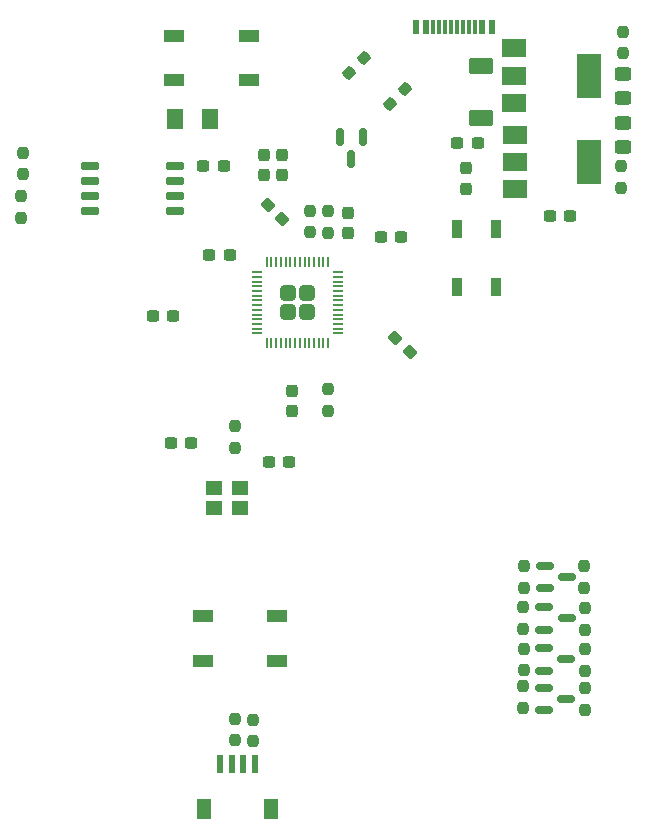
<source format=gbr>
%TF.GenerationSoftware,KiCad,Pcbnew,7.0.10*%
%TF.CreationDate,2024-02-09T23:31:33+05:30*%
%TF.ProjectId,rp2040-basic-m1,72703230-3430-42d6-9261-7369632d6d31,V2.2.1*%
%TF.SameCoordinates,Original*%
%TF.FileFunction,Paste,Top*%
%TF.FilePolarity,Positive*%
%FSLAX46Y46*%
G04 Gerber Fmt 4.6, Leading zero omitted, Abs format (unit mm)*
G04 Created by KiCad (PCBNEW 7.0.10) date 2024-02-09 23:31:33*
%MOMM*%
%LPD*%
G01*
G04 APERTURE LIST*
G04 Aperture macros list*
%AMRoundRect*
0 Rectangle with rounded corners*
0 $1 Rounding radius*
0 $2 $3 $4 $5 $6 $7 $8 $9 X,Y pos of 4 corners*
0 Add a 4 corners polygon primitive as box body*
4,1,4,$2,$3,$4,$5,$6,$7,$8,$9,$2,$3,0*
0 Add four circle primitives for the rounded corners*
1,1,$1+$1,$2,$3*
1,1,$1+$1,$4,$5*
1,1,$1+$1,$6,$7*
1,1,$1+$1,$8,$9*
0 Add four rect primitives between the rounded corners*
20,1,$1+$1,$2,$3,$4,$5,0*
20,1,$1+$1,$4,$5,$6,$7,0*
20,1,$1+$1,$6,$7,$8,$9,0*
20,1,$1+$1,$8,$9,$2,$3,0*%
G04 Aperture macros list end*
%ADD10R,1.700000X1.000000*%
%ADD11RoundRect,0.237500X0.300000X0.237500X-0.300000X0.237500X-0.300000X-0.237500X0.300000X-0.237500X0*%
%ADD12R,2.000000X1.500000*%
%ADD13R,2.000000X3.800000*%
%ADD14RoundRect,0.237500X-0.237500X0.250000X-0.237500X-0.250000X0.237500X-0.250000X0.237500X0.250000X0*%
%ADD15RoundRect,0.150000X-0.587500X-0.150000X0.587500X-0.150000X0.587500X0.150000X-0.587500X0.150000X0*%
%ADD16RoundRect,0.237500X0.380070X-0.044194X-0.044194X0.380070X-0.380070X0.044194X0.044194X-0.380070X0*%
%ADD17RoundRect,0.237500X0.237500X-0.250000X0.237500X0.250000X-0.237500X0.250000X-0.237500X-0.250000X0*%
%ADD18RoundRect,0.237500X-0.300000X-0.237500X0.300000X-0.237500X0.300000X0.237500X-0.300000X0.237500X0*%
%ADD19RoundRect,0.150000X-0.150000X0.587500X-0.150000X-0.587500X0.150000X-0.587500X0.150000X0.587500X0*%
%ADD20R,1.400000X1.200000*%
%ADD21RoundRect,0.250001X-0.462499X-0.624999X0.462499X-0.624999X0.462499X0.624999X-0.462499X0.624999X0*%
%ADD22RoundRect,0.237500X0.237500X-0.300000X0.237500X0.300000X-0.237500X0.300000X-0.237500X-0.300000X0*%
%ADD23RoundRect,0.237500X-0.380070X0.044194X0.044194X-0.380070X0.380070X-0.044194X-0.044194X0.380070X0*%
%ADD24R,0.600000X1.550000*%
%ADD25R,1.200000X1.800000*%
%ADD26RoundRect,0.250000X0.450000X-0.325000X0.450000X0.325000X-0.450000X0.325000X-0.450000X-0.325000X0*%
%ADD27RoundRect,0.237500X0.008839X0.344715X-0.344715X-0.008839X-0.008839X-0.344715X0.344715X0.008839X0*%
%ADD28RoundRect,0.249999X-0.395001X-0.395001X0.395001X-0.395001X0.395001X0.395001X-0.395001X0.395001X0*%
%ADD29RoundRect,0.050000X-0.387500X-0.050000X0.387500X-0.050000X0.387500X0.050000X-0.387500X0.050000X0*%
%ADD30RoundRect,0.050000X-0.050000X-0.387500X0.050000X-0.387500X0.050000X0.387500X-0.050000X0.387500X0*%
%ADD31R,0.600000X1.240000*%
%ADD32R,0.300000X1.240000*%
%ADD33RoundRect,0.237500X-0.237500X0.300000X-0.237500X-0.300000X0.237500X-0.300000X0.237500X0.300000X0*%
%ADD34RoundRect,0.250000X-0.450000X0.325000X-0.450000X-0.325000X0.450000X-0.325000X0.450000X0.325000X0*%
%ADD35RoundRect,0.150000X-0.650000X-0.150000X0.650000X-0.150000X0.650000X0.150000X-0.650000X0.150000X0*%
%ADD36R,0.900000X1.500000*%
%ADD37RoundRect,0.250000X0.800000X-0.450000X0.800000X0.450000X-0.800000X0.450000X-0.800000X-0.450000X0*%
G04 APERTURE END LIST*
D10*
%TO.C,SW2*%
X85800000Y-23910500D03*
X92100000Y-23910500D03*
X85800000Y-27710500D03*
X92100000Y-27710500D03*
%TD*%
D11*
%TO.C,C6*%
X85692500Y-47640000D03*
X83967500Y-47640000D03*
%TD*%
D12*
%TO.C,U2*%
X114650000Y-32300000D03*
X114650000Y-34600000D03*
D13*
X120950000Y-34600000D03*
D12*
X114650000Y-36900000D03*
%TD*%
D14*
%TO.C,R20*%
X120580000Y-79187500D03*
X120580000Y-81012500D03*
%TD*%
%TO.C,R8*%
X123630000Y-34957500D03*
X123630000Y-36782500D03*
%TD*%
D15*
%TO.C,Q5*%
X117132500Y-72320000D03*
X117132500Y-74220000D03*
X119007500Y-73270000D03*
%TD*%
D16*
%TO.C,C5*%
X94959880Y-39449880D03*
X93740120Y-38230120D03*
%TD*%
D17*
%TO.C,R16*%
X90980000Y-58815000D03*
X90980000Y-56990000D03*
%TD*%
D14*
%TO.C,R21*%
X120560000Y-75857500D03*
X120560000Y-77682500D03*
%TD*%
D11*
%TO.C,C7*%
X90484500Y-42474500D03*
X88759500Y-42474500D03*
%TD*%
D18*
%TO.C,C1*%
X93815000Y-60060000D03*
X95540000Y-60060000D03*
%TD*%
D19*
%TO.C,D3*%
X101748000Y-32471500D03*
X99848000Y-32471500D03*
X100798000Y-34346500D03*
%TD*%
D15*
%TO.C,Q4*%
X117090000Y-75780000D03*
X117090000Y-77680000D03*
X118965000Y-76730000D03*
%TD*%
D20*
%TO.C,Y1*%
X89130000Y-63950000D03*
X91330000Y-63950000D03*
X91330000Y-62250000D03*
X89130000Y-62250000D03*
%TD*%
D21*
%TO.C,F1*%
X85825000Y-30940000D03*
X88800000Y-30940000D03*
%TD*%
D18*
%TO.C,C15*%
X88265000Y-34920000D03*
X89990000Y-34920000D03*
%TD*%
D22*
%TO.C,C3*%
X93364300Y-35752500D03*
X93364300Y-34027500D03*
%TD*%
D17*
%TO.C,R14*%
X115440000Y-70692500D03*
X115440000Y-68867500D03*
%TD*%
D23*
%TO.C,C9*%
X104496120Y-49528620D03*
X105715880Y-50748380D03*
%TD*%
D12*
%TO.C,U4*%
X114600000Y-25000000D03*
X114600000Y-27300000D03*
D13*
X120900000Y-27300000D03*
D12*
X114600000Y-29600000D03*
%TD*%
D17*
%TO.C,R13*%
X115360000Y-74152500D03*
X115360000Y-72327500D03*
%TD*%
D14*
%TO.C,R4*%
X98800000Y-38770000D03*
X98800000Y-40595000D03*
%TD*%
D24*
%TO.C,J2*%
X89650000Y-85555000D03*
X90650000Y-85555000D03*
X91650000Y-85555000D03*
X92650000Y-85555000D03*
D25*
X88350000Y-89430000D03*
X93950000Y-89430000D03*
%TD*%
D22*
%TO.C,C14*%
X110480000Y-36895000D03*
X110480000Y-35170000D03*
%TD*%
D26*
%TO.C,D5*%
X123750000Y-29185500D03*
X123750000Y-27135500D03*
%TD*%
D22*
%TO.C,C12*%
X100520000Y-40652500D03*
X100520000Y-38927500D03*
%TD*%
D27*
%TO.C,R2*%
X105325235Y-28424765D03*
X104034765Y-29715235D03*
%TD*%
D14*
%TO.C,R1*%
X123760000Y-23607500D03*
X123760000Y-25432500D03*
%TD*%
D17*
%TO.C,R11*%
X115290000Y-80835000D03*
X115290000Y-79010000D03*
%TD*%
D28*
%TO.C,U1*%
X95426000Y-45738500D03*
X95426000Y-47338500D03*
X97026000Y-45738500D03*
X97026000Y-47338500D03*
D29*
X92788500Y-43938500D03*
X92788500Y-44338500D03*
X92788500Y-44738500D03*
X92788500Y-45138500D03*
X92788500Y-45538500D03*
X92788500Y-45938500D03*
X92788500Y-46338500D03*
X92788500Y-46738500D03*
X92788500Y-47138500D03*
X92788500Y-47538500D03*
X92788500Y-47938500D03*
X92788500Y-48338500D03*
X92788500Y-48738500D03*
X92788500Y-49138500D03*
D30*
X93626000Y-49976000D03*
X94026000Y-49976000D03*
X94426000Y-49976000D03*
X94826000Y-49976000D03*
X95226000Y-49976000D03*
X95626000Y-49976000D03*
X96026000Y-49976000D03*
X96426000Y-49976000D03*
X96826000Y-49976000D03*
X97226000Y-49976000D03*
X97626000Y-49976000D03*
X98026000Y-49976000D03*
X98426000Y-49976000D03*
X98826000Y-49976000D03*
D29*
X99663500Y-49138500D03*
X99663500Y-48738500D03*
X99663500Y-48338500D03*
X99663500Y-47938500D03*
X99663500Y-47538500D03*
X99663500Y-47138500D03*
X99663500Y-46738500D03*
X99663500Y-46338500D03*
X99663500Y-45938500D03*
X99663500Y-45538500D03*
X99663500Y-45138500D03*
X99663500Y-44738500D03*
X99663500Y-44338500D03*
X99663500Y-43938500D03*
D30*
X98826000Y-43101000D03*
X98426000Y-43101000D03*
X98026000Y-43101000D03*
X97626000Y-43101000D03*
X97226000Y-43101000D03*
X96826000Y-43101000D03*
X96426000Y-43101000D03*
X96026000Y-43101000D03*
X95626000Y-43101000D03*
X95226000Y-43101000D03*
X94826000Y-43101000D03*
X94426000Y-43101000D03*
X94026000Y-43101000D03*
X93626000Y-43101000D03*
%TD*%
D15*
%TO.C,Q3*%
X117112500Y-79130000D03*
X117112500Y-81030000D03*
X118987500Y-80080000D03*
%TD*%
D14*
%TO.C,R22*%
X120600000Y-72377500D03*
X120600000Y-74202500D03*
%TD*%
D31*
%TO.C,J1*%
X112675000Y-23210500D03*
X111875000Y-23210500D03*
D32*
X110725000Y-23210500D03*
X109725000Y-23210500D03*
X109225000Y-23210500D03*
X108225000Y-23210500D03*
D31*
X107075000Y-23210500D03*
X106275000Y-23210500D03*
X106275000Y-23210500D03*
X107075000Y-23210500D03*
D32*
X107725000Y-23210500D03*
X108725000Y-23210500D03*
X110225000Y-23210500D03*
X111225000Y-23210500D03*
D31*
X111875000Y-23210500D03*
X112675000Y-23210500D03*
%TD*%
D14*
%TO.C,R6*%
X73000000Y-33847500D03*
X73000000Y-35672500D03*
%TD*%
D33*
%TO.C,C11*%
X95790000Y-53980500D03*
X95790000Y-55705500D03*
%TD*%
D14*
%TO.C,R5*%
X97290000Y-38740000D03*
X97290000Y-40565000D03*
%TD*%
D18*
%TO.C,C10*%
X103287500Y-40960500D03*
X105012500Y-40960500D03*
%TD*%
D34*
%TO.C,D4*%
X123750000Y-31285500D03*
X123750000Y-33335500D03*
%TD*%
D35*
%TO.C,U3*%
X78656000Y-34981500D03*
X78656000Y-36251500D03*
X78656000Y-37521500D03*
X78656000Y-38791500D03*
X85856000Y-38791500D03*
X85856000Y-37521500D03*
X85856000Y-36251500D03*
X85856000Y-34981500D03*
%TD*%
D10*
%TO.C,SW1*%
X88230000Y-73030000D03*
X94530000Y-73030000D03*
X88230000Y-76830000D03*
X94530000Y-76830000D03*
%TD*%
D15*
%TO.C,Q6*%
X117152500Y-68820000D03*
X117152500Y-70720000D03*
X119027500Y-69770000D03*
%TD*%
D17*
%TO.C,R12*%
X115380000Y-77652500D03*
X115380000Y-75827500D03*
%TD*%
D36*
%TO.C,D2*%
X113050000Y-40310000D03*
X109750000Y-40310000D03*
X109750000Y-45210000D03*
X113050000Y-45210000D03*
%TD*%
D14*
%TO.C,R23*%
X120450000Y-68857500D03*
X120450000Y-70682500D03*
%TD*%
D22*
%TO.C,C4*%
X94888300Y-35752500D03*
X94888300Y-34027500D03*
%TD*%
D17*
%TO.C,R33*%
X98830000Y-55675000D03*
X98830000Y-53850000D03*
%TD*%
D11*
%TO.C,C2*%
X87215000Y-58400000D03*
X85490000Y-58400000D03*
%TD*%
%TO.C,C13*%
X111485000Y-33030000D03*
X109760000Y-33030000D03*
%TD*%
D27*
%TO.C,R3*%
X101885235Y-25834765D03*
X100594765Y-27125235D03*
%TD*%
D18*
%TO.C,C8*%
X117587500Y-39210500D03*
X119312500Y-39210500D03*
%TD*%
D17*
%TO.C,R15*%
X92460000Y-83662500D03*
X92460000Y-81837500D03*
%TD*%
%TO.C,R7*%
X72820000Y-39342500D03*
X72820000Y-37517500D03*
%TD*%
%TO.C,R17*%
X90960000Y-83562500D03*
X90960000Y-81737500D03*
%TD*%
D37*
%TO.C,D1*%
X111800000Y-30900000D03*
X111800000Y-26500000D03*
%TD*%
M02*

</source>
